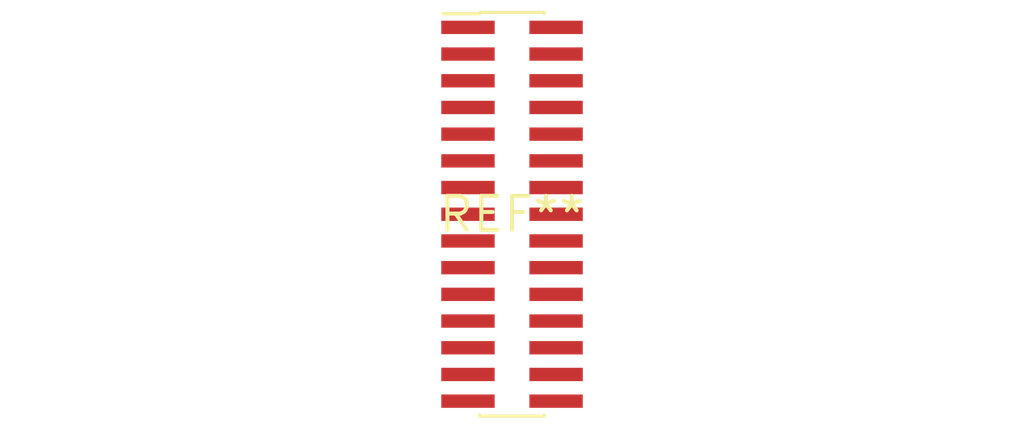
<source format=kicad_pcb>
(kicad_pcb (version 20240108) (generator pcbnew)
  (layers (0 "F.Cu" signal) (31 "B.Cu" signal) (34 "B.Paste" user) (35 "F.Paste" user) (36 "B.SilkS" user "B.Silkscreen") (37 "F.SilkS" user "F.Silkscreen") (38 "B.Mask" user) (39 "F.Mask" user) (44 "Edge.Cuts" user))
  (net 0 "")
  (footprint "PinHeader_2x15_P1.00mm_Vertical_SMD" (layer "F.Cu") (at 0 0)
    (property "Reference" "REF**")
    (property "Value" "PinHeader_2x15_P1.00mm_Vertical_SMD")
    (fp_line (start -2.59 -7.51) (end -1.21 -7.51) (layer "F.SilkS") (stroke (width 0.12)))
    (fp_line (start -1.21 -7.56) (end -1.21 -7.51) (layer "F.SilkS") (stroke (width 0.12)))
    (fp_line (start -1.21 -7.56) (end 1.21 -7.56) (layer "F.SilkS") (stroke (width 0.12)))
    (fp_line (start -1.21 7.51) (end -1.21 7.56) (layer "F.SilkS") (stroke (width 0.12)))
    (fp_line (start -1.21 7.56) (end 1.21 7.56) (layer "F.SilkS") (stroke (width 0.12)))
    (fp_line (start 1.21 -7.56) (end 1.21 -7.51) (layer "F.SilkS") (stroke (width 0.12)))
    (fp_line (start 1.21 7.51) (end 1.21 7.56) (layer "F.SilkS") (stroke (width 0.12)))
    (pad "1" smd rect (at -1.65 -7) (size 2 0.5) (layers "F.Cu" "F.Paste" "F.Mask"))
    (pad "2" smd rect (at 1.65 -7) (size 2 0.5) (layers "F.Cu" "F.Paste" "F.Mask"))
    (pad "3" smd rect (at -1.65 -6) (size 2 0.5) (layers "F.Cu" "F.Paste" "F.Mask"))
    (pad "4" smd rect (at 1.65 -6) (size 2 0.5) (layers "F.Cu" "F.Paste" "F.Mask"))
    (pad "5" smd rect (at -1.65 -5) (size 2 0.5) (layers "F.Cu" "F.Paste" "F.Mask"))
    (pad "6" smd rect (at 1.65 -5) (size 2 0.5) (layers "F.Cu" "F.Paste" "F.Mask"))
    (pad "7" smd rect (at -1.65 -4) (size 2 0.5) (layers "F.Cu" "F.Paste" "F.Mask"))
    (pad "8" smd rect (at 1.65 -4) (size 2 0.5) (layers "F.Cu" "F.Paste" "F.Mask"))
    (pad "9" smd rect (at -1.65 -3) (size 2 0.5) (layers "F.Cu" "F.Paste" "F.Mask"))
    (pad "10" smd rect (at 1.65 -3) (size 2 0.5) (layers "F.Cu" "F.Paste" "F.Mask"))
    (pad "11" smd rect (at -1.65 -2) (size 2 0.5) (layers "F.Cu" "F.Paste" "F.Mask"))
    (pad "12" smd rect (at 1.65 -2) (size 2 0.5) (layers "F.Cu" "F.Paste" "F.Mask"))
    (pad "13" smd rect (at -1.65 -1) (size 2 0.5) (layers "F.Cu" "F.Paste" "F.Mask"))
    (pad "14" smd rect (at 1.65 -1) (size 2 0.5) (layers "F.Cu" "F.Paste" "F.Mask"))
    (pad "15" smd rect (at -1.65 0) (size 2 0.5) (layers "F.Cu" "F.Paste" "F.Mask"))
    (pad "16" smd rect (at 1.65 0) (size 2 0.5) (layers "F.Cu" "F.Paste" "F.Mask"))
    (pad "17" smd rect (at -1.65 1) (size 2 0.5) (layers "F.Cu" "F.Paste" "F.Mask"))
    (pad "18" smd rect (at 1.65 1) (size 2 0.5) (layers "F.Cu" "F.Paste" "F.Mask"))
    (pad "19" smd rect (at -1.65 2) (size 2 0.5) (layers "F.Cu" "F.Paste" "F.Mask"))
    (pad "20" smd rect (at 1.65 2) (size 2 0.5) (layers "F.Cu" "F.Paste" "F.Mask"))
    (pad "21" smd rect (at -1.65 3) (size 2 0.5) (layers "F.Cu" "F.Paste" "F.Mask"))
    (pad "22" smd rect (at 1.65 3) (size 2 0.5) (layers "F.Cu" "F.Paste" "F.Mask"))
    (pad "23" smd rect (at -1.65 4) (size 2 0.5) (layers "F.Cu" "F.Paste" "F.Mask"))
    (pad "24" smd rect (at 1.65 4) (size 2 0.5) (layers "F.Cu" "F.Paste" "F.Mask"))
    (pad "25" smd rect (at -1.65 5) (size 2 0.5) (layers "F.Cu" "F.Paste" "F.Mask"))
    (pad "26" smd rect (at 1.65 5) (size 2 0.5) (layers "F.Cu" "F.Paste" "F.Mask"))
    (pad "27" smd rect (at -1.65 6) (size 2 0.5) (layers "F.Cu" "F.Paste" "F.Mask"))
    (pad "28" smd rect (at 1.65 6) (size 2 0.5) (layers "F.Cu" "F.Paste" "F.Mask"))
    (pad "29" smd rect (at -1.65 7) (size 2 0.5) (layers "F.Cu" "F.Paste" "F.Mask"))
    (pad "30" smd rect (at 1.65 7) (size 2 0.5) (layers "F.Cu" "F.Paste" "F.Mask"))
  )
)
</source>
